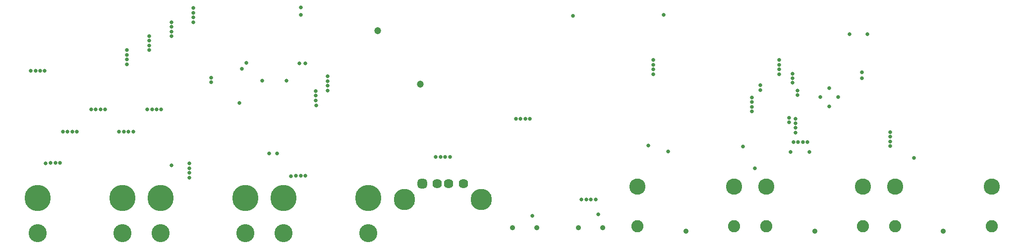
<source format=gbs>
%TF.GenerationSoftware,Altium Limited,Altium Designer,24.10.1 (45)*%
G04 Layer_Color=16711935*
%FSLAX45Y45*%
%MOMM*%
%TF.SameCoordinates,079BFE04-B767-4AA5-AD7D-3EA92BFB1467*%
%TF.FilePolarity,Negative*%
%TF.FileFunction,Soldermask,Bot*%
%TF.Part,Single*%
G01*
G75*
%TA.AperFunction,ComponentPad*%
%ADD82C,0.90320*%
%ADD83C,1.62320*%
G04:AMPARAMS|DCode=84|XSize=1.6232mm|YSize=1.6232mm|CornerRadius=0.4566mm|HoleSize=0mm|Usage=FLASHONLY|Rotation=0.000|XOffset=0mm|YOffset=0mm|HoleType=Round|Shape=RoundedRectangle|*
%AMROUNDEDRECTD84*
21,1,1.62320,0.71000,0,0,0.0*
21,1,0.71000,1.62320,0,0,0.0*
1,1,0.91320,0.35500,-0.35500*
1,1,0.91320,-0.35500,-0.35500*
1,1,0.91320,-0.35500,0.35500*
1,1,0.91320,0.35500,0.35500*
%
%ADD84ROUNDEDRECTD84*%
%ADD85C,3.65320*%
%ADD86C,3.08320*%
%ADD87C,4.47820*%
%ADD88C,2.76820*%
%ADD89C,2.07820*%
%TA.AperFunction,ViaPad*%
%ADD90C,0.65320*%
%ADD91C,1.20320*%
D82*
X8492500Y445000D02*
D03*
X8907500D02*
D03*
X11450000Y380000D02*
D03*
X15850000D02*
D03*
X13650000D02*
D03*
X9612500Y445000D02*
D03*
X10027500D02*
D03*
D83*
X7400000Y1199000D02*
D03*
X7200000D02*
D03*
X7650000D02*
D03*
D84*
X6950000D02*
D03*
D85*
X6643000Y928000D02*
D03*
X7957000D02*
D03*
D86*
X3925000Y351500D02*
D03*
X2475000D02*
D03*
X6025000D02*
D03*
X4575000D02*
D03*
X1825000D02*
D03*
X375000D02*
D03*
D87*
X3925000Y947500D02*
D03*
X2475000D02*
D03*
X6025000D02*
D03*
X4575000D02*
D03*
X1825000D02*
D03*
X375000D02*
D03*
D88*
X12275000Y1148000D02*
D03*
X10625000D02*
D03*
X15025000D02*
D03*
X16674998D02*
D03*
X12825000D02*
D03*
X14474998D02*
D03*
D89*
X12275000Y470000D02*
D03*
X10625000D02*
D03*
X15025000D02*
D03*
X16674998D02*
D03*
X12825000D02*
D03*
X14474998D02*
D03*
D90*
X420000Y3130000D02*
D03*
X500000Y3130000D02*
D03*
X257150Y3127149D02*
D03*
X340000Y3130000D02*
D03*
X5130000Y2620000D02*
D03*
X2970000Y1380000D02*
D03*
X2972851Y1297150D02*
D03*
X2970000Y1540000D02*
D03*
X2970000Y1460000D02*
D03*
X5330000Y2950000D02*
D03*
X5132851Y2537150D02*
D03*
X5130000Y2780000D02*
D03*
X5130000Y2700000D02*
D03*
X5330000Y2870000D02*
D03*
X5332851Y2787150D02*
D03*
X5330001Y3030000D02*
D03*
X4870000Y1330000D02*
D03*
X4950000Y1329999D02*
D03*
X4707150Y1327149D02*
D03*
X4790000Y1330000D02*
D03*
X4470000Y1710000D02*
D03*
X600000Y1550000D02*
D03*
X517150Y1547149D02*
D03*
X760000Y1549999D02*
D03*
X680000Y1550000D02*
D03*
X4850000Y3250000D02*
D03*
X4210000Y2960000D02*
D03*
X4870000Y4080000D02*
D03*
Y4210000D02*
D03*
X3339999Y2930000D02*
D03*
X3340000Y3010000D02*
D03*
X3820000Y2580000D02*
D03*
X2660000Y1510000D02*
D03*
X4330000Y1710000D02*
D03*
X4950000Y3250000D02*
D03*
X3940000Y3260000D02*
D03*
X3870000Y3160000D02*
D03*
X11070000Y4080000D02*
D03*
X12630000Y1460000D02*
D03*
X12430000Y1830000D02*
D03*
X13450000Y1909999D02*
D03*
X13370000D02*
D03*
X13289999Y1910000D02*
D03*
X13530000D02*
D03*
X14940001Y1840000D02*
D03*
Y2080000D02*
D03*
X14939999Y2000000D02*
D03*
Y1920000D02*
D03*
X9520000Y4070000D02*
D03*
X13039999Y3230000D02*
D03*
Y3150000D02*
D03*
X14550000Y3750000D02*
D03*
X14250000D02*
D03*
X10890000Y3310000D02*
D03*
X10890000Y3230000D02*
D03*
Y3150000D02*
D03*
X10890000Y3070000D02*
D03*
X13039999Y3310000D02*
D03*
Y3070000D02*
D03*
X13270000Y3080000D02*
D03*
X4630000Y2960000D02*
D03*
X9950000Y675000D02*
D03*
X8827500Y650000D02*
D03*
X13270000Y2920000D02*
D03*
Y3000000D02*
D03*
X15350000Y1640000D02*
D03*
X11150000Y1750000D02*
D03*
X13239999Y1740000D02*
D03*
X13560001D02*
D03*
X10810000Y1850000D02*
D03*
X9747500Y923236D02*
D03*
X9827501D02*
D03*
X9907500Y923237D02*
D03*
X9667500D02*
D03*
X8547500Y2310000D02*
D03*
X8787500D02*
D03*
X8707500Y2309999D02*
D03*
X8627500D02*
D03*
X12580000Y2590000D02*
D03*
Y2510000D02*
D03*
X13320000Y2150000D02*
D03*
Y2230000D02*
D03*
X13320001Y2310000D02*
D03*
Y2070000D02*
D03*
X12720000Y2800000D02*
D03*
X12720000Y2880000D02*
D03*
X13210001Y2325000D02*
D03*
X13210001Y2245000D02*
D03*
X12580000Y2430000D02*
D03*
Y2670000D02*
D03*
X14455000Y3100000D02*
D03*
Y3000000D02*
D03*
X14055000Y2674999D02*
D03*
X13899998Y2520000D02*
D03*
X13900000Y2830000D02*
D03*
X13745000Y2675000D02*
D03*
X13359999Y2710000D02*
D03*
X13360001Y2790000D02*
D03*
X7180000Y1649999D02*
D03*
X7420000D02*
D03*
X7260000Y1650000D02*
D03*
X7340000D02*
D03*
X970000Y2090000D02*
D03*
X2490000Y2469999D02*
D03*
X2250000D02*
D03*
X2010000Y2090000D02*
D03*
X1770000D02*
D03*
X1530000Y2469999D02*
D03*
X1290000D02*
D03*
X1050000Y2090000D02*
D03*
X810000D02*
D03*
X3039999Y3960000D02*
D03*
Y4200000D02*
D03*
X2660000Y3720000D02*
D03*
Y3960000D02*
D03*
X2280000Y3480000D02*
D03*
Y3720000D02*
D03*
X1900000Y3480000D02*
D03*
Y3240000D02*
D03*
X2410000Y2470000D02*
D03*
X2330000D02*
D03*
X1930000Y2090000D02*
D03*
X1850000D02*
D03*
X1370000Y2470000D02*
D03*
X1450000D02*
D03*
X1900001Y3400000D02*
D03*
X2280000Y3640000D02*
D03*
Y3560000D02*
D03*
X1900001Y3320000D02*
D03*
X2660000Y3880000D02*
D03*
Y3800000D02*
D03*
X3040000Y4040000D02*
D03*
Y4120000D02*
D03*
X890000Y2090000D02*
D03*
D91*
X6190000Y3810000D02*
D03*
X6915000Y2900000D02*
D03*
%TF.MD5,b4f138919696357c740a5a514bfc19c7*%
M02*

</source>
